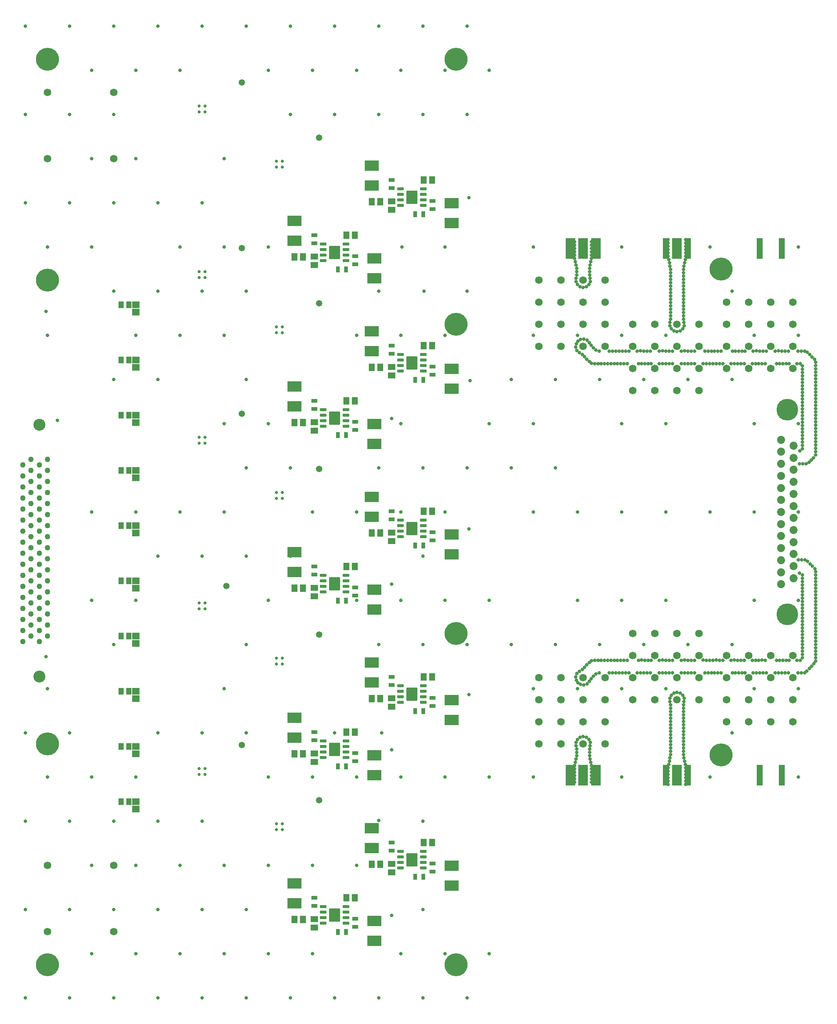
<source format=gbr>
%TF.GenerationSoftware,Altium Limited,Altium Designer,25.0.2 (28)*%
G04 Layer_Color=16711935*
%FSLAX45Y45*%
%MOMM*%
%TF.SameCoordinates,BFBE90A8-51B7-47FB-822D-EC39B52C7656*%
%TF.FilePolarity,Negative*%
%TF.FileFunction,Soldermask,Bot*%
%TF.Part,Single*%
G01*
G75*
%TA.AperFunction,SMDPad,CuDef*%
%ADD13R,0.95000X1.40000*%
%ADD17R,1.40000X0.95000*%
%TA.AperFunction,ViaPad*%
%ADD47C,1.47320*%
%TA.AperFunction,SMDPad,CuDef*%
%ADD67R,2.23520X4.77520*%
%ADD68R,1.65320X1.40320*%
%ADD69R,1.40320X1.65320*%
G04:AMPARAMS|DCode=70|XSize=0.7532mm|YSize=1.4532mm|CornerRadius=0.1511mm|HoleSize=0mm|Usage=FLASHONLY|Rotation=90.000|XOffset=0mm|YOffset=0mm|HoleType=Round|Shape=RoundedRectangle|*
%AMROUNDEDRECTD70*
21,1,0.75320,1.15100,0,0,90.0*
21,1,0.45100,1.45320,0,0,90.0*
1,1,0.30220,0.57550,0.22550*
1,1,0.30220,0.57550,-0.22550*
1,1,0.30220,-0.57550,-0.22550*
1,1,0.30220,-0.57550,0.22550*
%
%ADD70ROUNDEDRECTD70*%
%ADD71R,3.25120X2.48920*%
%ADD72R,1.65320X1.50320*%
%ADD73R,1.20320X1.55320*%
%TA.AperFunction,ComponentPad*%
%ADD74C,1.27000*%
%ADD75C,2.74320*%
%ADD76C,1.72720*%
%TA.AperFunction,ViaPad*%
%ADD77C,1.72720*%
%TA.AperFunction,ComponentPad*%
%ADD78C,1.85320*%
%ADD79C,5.00320*%
%TA.AperFunction,ViaPad*%
%ADD80C,5.28320*%
%ADD81C,0.81280*%
%ADD82C,0.70320*%
%TA.AperFunction,OtherPad,Pad U19-9 (119.38mm,72.39mm)*%
G04:AMPARAMS|DCode=83|XSize=2.49mm|YSize=3mm|CornerRadius=0.0498mm|HoleSize=0mm|Usage=FLASHONLY|Rotation=0.000|XOffset=0mm|YOffset=0mm|HoleType=Round|Shape=RoundedRectangle|*
%AMROUNDEDRECTD83*
21,1,2.49000,2.90040,0,0,0.0*
21,1,2.39040,3.00000,0,0,0.0*
1,1,0.09960,1.19520,-1.45020*
1,1,0.09960,-1.19520,-1.45020*
1,1,0.09960,-1.19520,1.45020*
1,1,0.09960,1.19520,1.45020*
%
%ADD83ROUNDEDRECTD83*%
%TA.AperFunction,OtherPad,Pad U17-9 (119.38mm,110.49mm)*%
G04:AMPARAMS|DCode=84|XSize=2.49mm|YSize=3mm|CornerRadius=0.0498mm|HoleSize=0mm|Usage=FLASHONLY|Rotation=0.000|XOffset=0mm|YOffset=0mm|HoleType=Round|Shape=RoundedRectangle|*
%AMROUNDEDRECTD84*
21,1,2.49000,2.90040,0,0,0.0*
21,1,2.39040,3.00000,0,0,0.0*
1,1,0.09960,1.19520,-1.45020*
1,1,0.09960,-1.19520,-1.45020*
1,1,0.09960,-1.19520,1.45020*
1,1,0.09960,1.19520,1.45020*
%
%ADD84ROUNDEDRECTD84*%
%TA.AperFunction,OtherPad,Pad U11-9 (119.38mm,224.79mm)*%
G04:AMPARAMS|DCode=85|XSize=2.49mm|YSize=3mm|CornerRadius=0.0498mm|HoleSize=0mm|Usage=FLASHONLY|Rotation=0.000|XOffset=0mm|YOffset=0mm|HoleType=Round|Shape=RoundedRectangle|*
%AMROUNDEDRECTD85*
21,1,2.49000,2.90040,0,0,0.0*
21,1,2.39040,3.00000,0,0,0.0*
1,1,0.09960,1.19520,-1.45020*
1,1,0.09960,-1.19520,-1.45020*
1,1,0.09960,-1.19520,1.45020*
1,1,0.09960,1.19520,1.45020*
%
%ADD85ROUNDEDRECTD85*%
%TA.AperFunction,OtherPad,Pad U13-9 (119.38mm,186.69mm)*%
G04:AMPARAMS|DCode=86|XSize=2.49mm|YSize=3mm|CornerRadius=0.0498mm|HoleSize=0mm|Usage=FLASHONLY|Rotation=0.000|XOffset=0mm|YOffset=0mm|HoleType=Round|Shape=RoundedRectangle|*
%AMROUNDEDRECTD86*
21,1,2.49000,2.90040,0,0,0.0*
21,1,2.39040,3.00000,0,0,0.0*
1,1,0.09960,1.19520,-1.45020*
1,1,0.09960,-1.19520,-1.45020*
1,1,0.09960,-1.19520,1.45020*
1,1,0.09960,1.19520,1.45020*
%
%ADD86ROUNDEDRECTD86*%
%TA.AperFunction,OtherPad,Pad U15-9 (119.38mm,148.59mm)*%
G04:AMPARAMS|DCode=87|XSize=2.49mm|YSize=3mm|CornerRadius=0.0498mm|HoleSize=0mm|Usage=FLASHONLY|Rotation=0.000|XOffset=0mm|YOffset=0mm|HoleType=Round|Shape=RoundedRectangle|*
%AMROUNDEDRECTD87*
21,1,2.49000,2.90040,0,0,0.0*
21,1,2.39040,3.00000,0,0,0.0*
1,1,0.09960,1.19520,-1.45020*
1,1,0.09960,-1.19520,-1.45020*
1,1,0.09960,-1.19520,1.45020*
1,1,0.09960,1.19520,1.45020*
%
%ADD87ROUNDEDRECTD87*%
%TA.AperFunction,OtherPad,Pad U20-9 (101.6mm,59.69mm)*%
G04:AMPARAMS|DCode=88|XSize=2.49mm|YSize=3mm|CornerRadius=0.0498mm|HoleSize=0mm|Usage=FLASHONLY|Rotation=0.000|XOffset=0mm|YOffset=0mm|HoleType=Round|Shape=RoundedRectangle|*
%AMROUNDEDRECTD88*
21,1,2.49000,2.90040,0,0,0.0*
21,1,2.39040,3.00000,0,0,0.0*
1,1,0.09960,1.19520,-1.45020*
1,1,0.09960,-1.19520,-1.45020*
1,1,0.09960,-1.19520,1.45020*
1,1,0.09960,1.19520,1.45020*
%
%ADD88ROUNDEDRECTD88*%
%TA.AperFunction,OtherPad,Pad U18-9 (101.6mm,97.79mm)*%
G04:AMPARAMS|DCode=89|XSize=2.49mm|YSize=3mm|CornerRadius=0.0498mm|HoleSize=0mm|Usage=FLASHONLY|Rotation=0.000|XOffset=0mm|YOffset=0mm|HoleType=Round|Shape=RoundedRectangle|*
%AMROUNDEDRECTD89*
21,1,2.49000,2.90040,0,0,0.0*
21,1,2.39040,3.00000,0,0,0.0*
1,1,0.09960,1.19520,-1.45020*
1,1,0.09960,-1.19520,-1.45020*
1,1,0.09960,-1.19520,1.45020*
1,1,0.09960,1.19520,1.45020*
%
%ADD89ROUNDEDRECTD89*%
%TA.AperFunction,OtherPad,Pad U12-9 (101.6mm,212.09mm)*%
G04:AMPARAMS|DCode=90|XSize=2.49mm|YSize=3mm|CornerRadius=0.0498mm|HoleSize=0mm|Usage=FLASHONLY|Rotation=0.000|XOffset=0mm|YOffset=0mm|HoleType=Round|Shape=RoundedRectangle|*
%AMROUNDEDRECTD90*
21,1,2.49000,2.90040,0,0,0.0*
21,1,2.39040,3.00000,0,0,0.0*
1,1,0.09960,1.19520,-1.45020*
1,1,0.09960,-1.19520,-1.45020*
1,1,0.09960,-1.19520,1.45020*
1,1,0.09960,1.19520,1.45020*
%
%ADD90ROUNDEDRECTD90*%
%TA.AperFunction,OtherPad,Pad U14-9 (101.6mm,173.99mm)*%
G04:AMPARAMS|DCode=91|XSize=2.49mm|YSize=3mm|CornerRadius=0.0498mm|HoleSize=0mm|Usage=FLASHONLY|Rotation=0.000|XOffset=0mm|YOffset=0mm|HoleType=Round|Shape=RoundedRectangle|*
%AMROUNDEDRECTD91*
21,1,2.49000,2.90040,0,0,0.0*
21,1,2.39040,3.00000,0,0,0.0*
1,1,0.09960,1.19520,-1.45020*
1,1,0.09960,-1.19520,-1.45020*
1,1,0.09960,-1.19520,1.45020*
1,1,0.09960,1.19520,1.45020*
%
%ADD91ROUNDEDRECTD91*%
%TA.AperFunction,OtherPad,Pad U16-9 (101.6mm,135.89mm)*%
G04:AMPARAMS|DCode=92|XSize=2.49mm|YSize=3mm|CornerRadius=0.0498mm|HoleSize=0mm|Usage=FLASHONLY|Rotation=0.000|XOffset=0mm|YOffset=0mm|HoleType=Round|Shape=RoundedRectangle|*
%AMROUNDEDRECTD92*
21,1,2.49000,2.90040,0,0,0.0*
21,1,2.39040,3.00000,0,0,0.0*
1,1,0.09960,1.19520,-1.45020*
1,1,0.09960,-1.19520,-1.45020*
1,1,0.09960,-1.19520,1.45020*
1,1,0.09960,1.19520,1.45020*
%
%ADD92ROUNDEDRECTD92*%
%TA.AperFunction,SMDPad,CuDef*%
%ADD93R,1.47320X4.77520*%
%TA.AperFunction,ViaPad*%
%ADD94C,0.82296*%
D13*
X12010600Y6845300D02*
D03*
X12195600D02*
D03*
X12010600Y10655300D02*
D03*
X12195600D02*
D03*
X12010600Y22085300D02*
D03*
X12195600D02*
D03*
X12010600Y18275301D02*
D03*
X12195600D02*
D03*
X12010600Y14465300D02*
D03*
X12195600D02*
D03*
X10232600Y5575300D02*
D03*
X10417600D02*
D03*
X10232600Y9385300D02*
D03*
X10417600D02*
D03*
X10232600Y20815300D02*
D03*
X10417600D02*
D03*
X10232600Y17005299D02*
D03*
X10417600D02*
D03*
X10232600Y13195300D02*
D03*
X10417600D02*
D03*
D17*
X11468100Y7451300D02*
D03*
Y7636300D02*
D03*
Y11261300D02*
D03*
Y11446300D02*
D03*
Y22691299D02*
D03*
Y22876300D02*
D03*
Y18881300D02*
D03*
Y19066299D02*
D03*
Y15071300D02*
D03*
Y15256300D02*
D03*
X12407900Y7153700D02*
D03*
Y6968700D02*
D03*
Y10963700D02*
D03*
Y10778700D02*
D03*
Y22393700D02*
D03*
Y22208701D02*
D03*
Y18583701D02*
D03*
Y18398700D02*
D03*
Y14773700D02*
D03*
Y14588699D02*
D03*
X10629900Y21123700D02*
D03*
Y20938699D02*
D03*
Y5883700D02*
D03*
Y5698700D02*
D03*
Y9693700D02*
D03*
Y9508700D02*
D03*
Y17313699D02*
D03*
Y17128700D02*
D03*
X9690100Y6181300D02*
D03*
Y6366300D02*
D03*
Y9991300D02*
D03*
Y10176300D02*
D03*
Y21421300D02*
D03*
Y21606300D02*
D03*
Y17611301D02*
D03*
Y17796300D02*
D03*
X10629900Y13503700D02*
D03*
Y13318700D02*
D03*
X9690100Y13801300D02*
D03*
Y13986301D02*
D03*
D47*
X7670800Y13538200D02*
D03*
X8026400Y25120599D02*
D03*
X9804400Y23850600D02*
D03*
X8026400Y21310600D02*
D03*
X9804400Y20040601D02*
D03*
X8026400Y17500600D02*
D03*
X9804400Y16230600D02*
D03*
Y12420600D02*
D03*
X8026400Y9880600D02*
D03*
X9804400Y8610600D02*
D03*
X11074400Y5372100D02*
D03*
X12852400Y6642100D02*
D03*
X11074400Y9182100D02*
D03*
X12852400Y10452100D02*
D03*
Y21882100D02*
D03*
X11074400Y20612100D02*
D03*
X12852400Y18072099D02*
D03*
X11074400Y16802100D02*
D03*
X12852400Y14262100D02*
D03*
X11074400Y12992101D02*
D03*
X12852400Y22339301D02*
D03*
X11010900Y22745700D02*
D03*
X12852400Y18529300D02*
D03*
X11010900Y18935699D02*
D03*
X12852400Y14719299D02*
D03*
X11010900Y15125700D02*
D03*
X12852400Y10909300D02*
D03*
X11010900Y11315700D02*
D03*
X12852400Y7099300D02*
D03*
X11010900Y7505700D02*
D03*
X11074400Y5829300D02*
D03*
Y9639300D02*
D03*
Y21069299D02*
D03*
Y17259300D02*
D03*
X9232900Y6235700D02*
D03*
Y10045700D02*
D03*
Y21475700D02*
D03*
Y17665700D02*
D03*
Y13855701D02*
D03*
X11074400Y13449300D02*
D03*
D67*
X16167101Y9182100D02*
D03*
X15582899D02*
D03*
X15875000D02*
D03*
X18034000D02*
D03*
Y21297900D02*
D03*
X15875000D02*
D03*
X15582899D02*
D03*
X16167101D02*
D03*
D68*
X11468100Y7148500D02*
D03*
Y6948500D02*
D03*
Y10958500D02*
D03*
Y10758500D02*
D03*
Y22388499D02*
D03*
Y22188499D02*
D03*
Y18578500D02*
D03*
Y18378500D02*
D03*
Y14768500D02*
D03*
Y14568500D02*
D03*
X9690100Y5878500D02*
D03*
Y5678500D02*
D03*
Y9688500D02*
D03*
Y9488500D02*
D03*
Y21118500D02*
D03*
Y20918500D02*
D03*
Y17308501D02*
D03*
Y17108501D02*
D03*
Y13498500D02*
D03*
Y13298500D02*
D03*
D69*
X12206300Y7632700D02*
D03*
X12406300D02*
D03*
X12206300Y11442700D02*
D03*
X12406300D02*
D03*
X12206300Y22872701D02*
D03*
X12406300D02*
D03*
X12206300Y19062700D02*
D03*
X12406300D02*
D03*
X12206300Y15252699D02*
D03*
X12406300D02*
D03*
X11012500Y7137400D02*
D03*
X11212500D02*
D03*
X11012500Y10947400D02*
D03*
X11212500D02*
D03*
X11012500Y22377400D02*
D03*
X11212500D02*
D03*
X11012500Y18567400D02*
D03*
X11212500D02*
D03*
X11012500Y14757401D02*
D03*
X11212500D02*
D03*
X10428300Y13982700D02*
D03*
X10628300D02*
D03*
X9234500Y21107401D02*
D03*
X9434500D02*
D03*
X9234500Y17297400D02*
D03*
X9434500D02*
D03*
X9234500Y5867400D02*
D03*
X9434500D02*
D03*
X9234500Y9677400D02*
D03*
X9434500D02*
D03*
X10428300Y6362700D02*
D03*
X10628300D02*
D03*
X10428300Y10172700D02*
D03*
X10628300D02*
D03*
X10428300Y21602699D02*
D03*
X10628300D02*
D03*
X10428300Y17792700D02*
D03*
X10628300D02*
D03*
X9234500Y13487399D02*
D03*
X9434500D02*
D03*
D70*
X11675500Y7048500D02*
D03*
Y7175500D02*
D03*
Y7302500D02*
D03*
Y7429500D02*
D03*
X12200500Y7048500D02*
D03*
Y7175500D02*
D03*
Y7302500D02*
D03*
Y7429500D02*
D03*
X11675500Y10858500D02*
D03*
Y10985500D02*
D03*
Y11112500D02*
D03*
Y11239500D02*
D03*
X12200500Y10858500D02*
D03*
Y10985500D02*
D03*
Y11112500D02*
D03*
Y11239500D02*
D03*
X11675500Y22288499D02*
D03*
Y22415500D02*
D03*
Y22542500D02*
D03*
Y22669501D02*
D03*
X12200500Y22288499D02*
D03*
Y22415500D02*
D03*
Y22542500D02*
D03*
Y22669501D02*
D03*
X11675500Y18478500D02*
D03*
Y18605499D02*
D03*
Y18732500D02*
D03*
Y18859500D02*
D03*
X12200500Y18478500D02*
D03*
Y18605499D02*
D03*
Y18732500D02*
D03*
Y18859500D02*
D03*
X11675500Y14668500D02*
D03*
Y14795500D02*
D03*
Y14922501D02*
D03*
Y15049500D02*
D03*
X12200500Y14668500D02*
D03*
Y14795500D02*
D03*
Y14922501D02*
D03*
Y15049500D02*
D03*
X9897500Y5778500D02*
D03*
Y5905500D02*
D03*
Y6032500D02*
D03*
Y6159500D02*
D03*
X10422500Y5778500D02*
D03*
Y5905500D02*
D03*
Y6032500D02*
D03*
Y6159500D02*
D03*
X9897500Y9588500D02*
D03*
Y9715500D02*
D03*
Y9842500D02*
D03*
Y9969500D02*
D03*
X10422500Y9588500D02*
D03*
Y9715500D02*
D03*
Y9842500D02*
D03*
Y9969500D02*
D03*
X9897500Y21018500D02*
D03*
Y21145500D02*
D03*
Y21272501D02*
D03*
Y21399500D02*
D03*
X10422500Y21018500D02*
D03*
Y21145500D02*
D03*
Y21272501D02*
D03*
Y21399500D02*
D03*
X9897500Y17208501D02*
D03*
Y17335500D02*
D03*
Y17462500D02*
D03*
Y17589500D02*
D03*
X10422500Y17208501D02*
D03*
Y17335500D02*
D03*
Y17462500D02*
D03*
Y17589500D02*
D03*
X9897500Y13398500D02*
D03*
Y13525500D02*
D03*
Y13652499D02*
D03*
Y13779500D02*
D03*
X10422500Y13398500D02*
D03*
Y13525500D02*
D03*
Y13652499D02*
D03*
Y13779500D02*
D03*
D71*
X11010900Y15582899D02*
D03*
Y15125700D02*
D03*
X12852400Y6642100D02*
D03*
Y7099300D02*
D03*
Y10452100D02*
D03*
Y10909300D02*
D03*
Y21882100D02*
D03*
Y22339301D02*
D03*
Y18072099D02*
D03*
Y18529300D02*
D03*
Y14262100D02*
D03*
Y14719299D02*
D03*
X11074400Y5372100D02*
D03*
Y5829300D02*
D03*
Y9182100D02*
D03*
Y9639300D02*
D03*
Y20612100D02*
D03*
Y21069299D02*
D03*
Y16802100D02*
D03*
Y17259300D02*
D03*
X9232900Y6692900D02*
D03*
Y6235700D02*
D03*
Y10502900D02*
D03*
Y10045700D02*
D03*
Y21932899D02*
D03*
Y21475700D02*
D03*
Y18122900D02*
D03*
Y17665700D02*
D03*
X11074400Y12992101D02*
D03*
Y13449300D02*
D03*
X9232900Y14312900D02*
D03*
Y13855701D02*
D03*
X11010900Y19392900D02*
D03*
Y18935699D02*
D03*
Y11772900D02*
D03*
Y11315700D02*
D03*
Y23202901D02*
D03*
Y22745700D02*
D03*
Y7962900D02*
D03*
Y7505700D02*
D03*
D72*
X5588000Y8407501D02*
D03*
Y8572501D02*
D03*
Y9677501D02*
D03*
Y9842501D02*
D03*
Y10947501D02*
D03*
Y11112501D02*
D03*
Y12217501D02*
D03*
Y12382501D02*
D03*
Y13487502D02*
D03*
Y13652501D02*
D03*
Y14757501D02*
D03*
Y14922501D02*
D03*
Y16027501D02*
D03*
Y16192500D02*
D03*
Y17297501D02*
D03*
Y17462502D02*
D03*
Y18567500D02*
D03*
Y18732501D02*
D03*
Y19837502D02*
D03*
Y20002501D02*
D03*
D73*
X5424000Y8572500D02*
D03*
X5244000D02*
D03*
X5424000Y12382500D02*
D03*
X5244000D02*
D03*
X5424000Y14922501D02*
D03*
X5244000D02*
D03*
X5424000Y11112500D02*
D03*
X5244000D02*
D03*
X5424000Y9842500D02*
D03*
X5244000D02*
D03*
X5424000Y16192500D02*
D03*
X5244000D02*
D03*
X5424000Y13652499D02*
D03*
X5244000D02*
D03*
X5424000Y17462500D02*
D03*
X5244000D02*
D03*
X5424000Y20002499D02*
D03*
X5244000D02*
D03*
X5424000Y18732500D02*
D03*
X5244000D02*
D03*
D74*
X3365500Y12255500D02*
D03*
Y12509500D02*
D03*
X3556000Y12382500D02*
D03*
X3365500Y12763500D02*
D03*
X3556000Y12636500D02*
D03*
X3365500Y13017500D02*
D03*
X3556000Y12890500D02*
D03*
X3365500Y13271500D02*
D03*
X3556000Y13144501D02*
D03*
X3365500Y13525500D02*
D03*
X3556000Y13398500D02*
D03*
X3365500Y13779500D02*
D03*
X3556000Y13652499D02*
D03*
X3365500Y14033501D02*
D03*
X3556000Y13906500D02*
D03*
X3365500Y14287500D02*
D03*
X3556000Y14160500D02*
D03*
X3365500Y14541499D02*
D03*
X3556000Y14414500D02*
D03*
X3365500Y14795500D02*
D03*
X3556000Y14668500D02*
D03*
X3365500Y15049500D02*
D03*
X3556000Y14922501D02*
D03*
X3365500Y15303500D02*
D03*
X3556000Y15176500D02*
D03*
X3365500Y15557500D02*
D03*
X3556000Y15430499D02*
D03*
X3365500Y15811501D02*
D03*
X3556000Y15684500D02*
D03*
X3365500Y16065500D02*
D03*
X3556000Y15938499D02*
D03*
X3365500Y16319501D02*
D03*
X3556000Y16192500D02*
D03*
Y16446500D02*
D03*
X2984500Y12255500D02*
D03*
Y12509500D02*
D03*
X3175000Y12382500D02*
D03*
X2984500Y12763500D02*
D03*
X3175000Y12636500D02*
D03*
X2984500Y13017500D02*
D03*
X3175000Y12890500D02*
D03*
X2984500Y13271500D02*
D03*
X3175000Y13144501D02*
D03*
X2984500Y13525500D02*
D03*
X3175000Y13398500D02*
D03*
X2984500Y13779500D02*
D03*
X3175000Y13652499D02*
D03*
X2984500Y14033501D02*
D03*
X3175000Y13906500D02*
D03*
X2984500Y14287500D02*
D03*
X3175000Y14160500D02*
D03*
X2984500Y14541499D02*
D03*
X3175000Y14414500D02*
D03*
X2984500Y14795500D02*
D03*
X3175000Y14668500D02*
D03*
X2984500Y15049500D02*
D03*
X3175000Y14922501D02*
D03*
X2984500Y15303500D02*
D03*
X3175000Y15176500D02*
D03*
X2984500Y15557500D02*
D03*
X3175000Y15430499D02*
D03*
X2984500Y15811501D02*
D03*
X3175000Y15684500D02*
D03*
X2984500Y16065500D02*
D03*
X3175000Y15938499D02*
D03*
X2984500Y16319501D02*
D03*
X3175000Y16192500D02*
D03*
Y16446500D02*
D03*
D75*
X3365500Y11455400D02*
D03*
Y17246600D02*
D03*
D76*
X16383000Y19050000D02*
D03*
Y19558000D02*
D03*
Y20066000D02*
D03*
Y20574001D02*
D03*
X15875000Y19050000D02*
D03*
Y19558000D02*
D03*
Y20066000D02*
D03*
Y20574001D02*
D03*
X15367000Y19050000D02*
D03*
Y19558000D02*
D03*
Y20066000D02*
D03*
Y20574001D02*
D03*
X14859000Y19050000D02*
D03*
Y19558000D02*
D03*
Y20066000D02*
D03*
Y20574001D02*
D03*
X18542000Y12446000D02*
D03*
Y11938000D02*
D03*
Y11430000D02*
D03*
Y10922000D02*
D03*
X18034000Y12446000D02*
D03*
Y11938000D02*
D03*
Y11430000D02*
D03*
Y10922000D02*
D03*
X17525999Y12446000D02*
D03*
Y11938000D02*
D03*
Y11430000D02*
D03*
Y10922000D02*
D03*
X17017999Y12446000D02*
D03*
Y11938000D02*
D03*
Y11430000D02*
D03*
Y10922000D02*
D03*
X20700999Y11938000D02*
D03*
Y11430000D02*
D03*
Y10922000D02*
D03*
Y10414000D02*
D03*
X20192999Y11938000D02*
D03*
Y11430000D02*
D03*
Y10922000D02*
D03*
Y10414000D02*
D03*
X19685001Y11938000D02*
D03*
Y11430000D02*
D03*
Y10922000D02*
D03*
Y10414000D02*
D03*
X19177000Y11938000D02*
D03*
Y11430000D02*
D03*
Y10922000D02*
D03*
Y10414000D02*
D03*
X20700999Y18542000D02*
D03*
Y19050000D02*
D03*
Y19558000D02*
D03*
Y20066000D02*
D03*
X20192999Y18542000D02*
D03*
Y19050000D02*
D03*
Y19558000D02*
D03*
Y20066000D02*
D03*
X19685001Y18542000D02*
D03*
Y19050000D02*
D03*
Y19558000D02*
D03*
Y20066000D02*
D03*
X19177000Y18542000D02*
D03*
Y19050000D02*
D03*
Y19558000D02*
D03*
Y20066000D02*
D03*
X16383000Y11430000D02*
D03*
Y10922000D02*
D03*
Y10414000D02*
D03*
Y9906000D02*
D03*
X15875000Y11430000D02*
D03*
Y10922000D02*
D03*
Y10414000D02*
D03*
Y9906000D02*
D03*
X15367000Y11430000D02*
D03*
Y10922000D02*
D03*
Y10414000D02*
D03*
Y9906000D02*
D03*
X14859000Y11430000D02*
D03*
Y10922000D02*
D03*
Y10414000D02*
D03*
Y9906000D02*
D03*
X18542000Y18034000D02*
D03*
Y18542000D02*
D03*
Y19050000D02*
D03*
Y19558000D02*
D03*
X18034000Y18034000D02*
D03*
Y18542000D02*
D03*
Y19050000D02*
D03*
Y19558000D02*
D03*
X17525999Y18034000D02*
D03*
Y18542000D02*
D03*
Y19050000D02*
D03*
Y19558000D02*
D03*
X17017999Y18034000D02*
D03*
Y18542000D02*
D03*
Y19050000D02*
D03*
Y19558000D02*
D03*
D77*
X3556000Y7112000D02*
D03*
Y23367999D02*
D03*
Y24892000D02*
D03*
X5080000D02*
D03*
Y23367999D02*
D03*
X3556000Y5588000D02*
D03*
X5080000D02*
D03*
Y7112000D02*
D03*
D78*
X20716200Y13716499D02*
D03*
Y13993500D02*
D03*
Y14270500D02*
D03*
Y14547501D02*
D03*
Y14824500D02*
D03*
Y15101500D02*
D03*
Y15378500D02*
D03*
Y15655499D02*
D03*
Y15932500D02*
D03*
Y16209500D02*
D03*
Y16486501D02*
D03*
Y16763499D02*
D03*
X20432201Y13578000D02*
D03*
Y13855000D02*
D03*
Y14132001D02*
D03*
Y14409000D02*
D03*
Y14686000D02*
D03*
Y14963000D02*
D03*
Y16625000D02*
D03*
Y16902000D02*
D03*
Y16071001D02*
D03*
Y16348000D02*
D03*
Y15794000D02*
D03*
Y15517000D02*
D03*
Y15239999D02*
D03*
D79*
X20574200Y17595000D02*
D03*
Y12885001D02*
D03*
D80*
X19050000Y20828000D02*
D03*
Y9652000D02*
D03*
X12953999Y19558000D02*
D03*
Y12446000D02*
D03*
X3556000Y20574001D02*
D03*
Y9906000D02*
D03*
Y25654001D02*
D03*
X12953999D02*
D03*
Y4826000D02*
D03*
X3556000D02*
D03*
D81*
X16037560Y9865360D02*
D03*
X16038831Y9941560D02*
D03*
X16007588Y10010140D02*
D03*
X15948152Y10057130D02*
D03*
X15801848D02*
D03*
X15712440Y9865360D02*
D03*
X15711169Y9941560D02*
D03*
X15742412Y10010140D02*
D03*
X15875000Y10073640D02*
D03*
X15727679Y9712960D02*
D03*
X16022321D02*
D03*
X15727679Y9789160D02*
D03*
X16022321D02*
D03*
Y9636760D02*
D03*
X15727679D02*
D03*
X16038068Y9560560D02*
D03*
X16053816Y9484360D02*
D03*
X16069563Y9408160D02*
D03*
X15711932Y9560560D02*
D03*
X15696184Y9484360D02*
D03*
X15680437Y9408160D02*
D03*
X16069563Y9255760D02*
D03*
Y9331960D02*
D03*
Y9103360D02*
D03*
Y9179560D02*
D03*
Y9027160D02*
D03*
X15680437Y9255760D02*
D03*
Y9331960D02*
D03*
Y9103360D02*
D03*
Y9179560D02*
D03*
Y9027160D02*
D03*
X18181320Y10805160D02*
D03*
X17886681D02*
D03*
X17875504Y9585960D02*
D03*
X17859756Y9509760D02*
D03*
X17844008Y9433560D02*
D03*
X17830800Y9357360D02*
D03*
X18034000Y11089640D02*
D03*
X17901411Y11026140D02*
D03*
X17870171Y10957560D02*
D03*
X17871440Y10881360D02*
D03*
X17960847Y11073130D02*
D03*
X18107152D02*
D03*
X18166588Y11026140D02*
D03*
X18197830Y10957560D02*
D03*
X18196561Y10881360D02*
D03*
X18181320Y10652760D02*
D03*
Y10576560D02*
D03*
Y10500360D02*
D03*
Y10728960D02*
D03*
Y10347960D02*
D03*
Y10271760D02*
D03*
Y10195560D02*
D03*
Y10424160D02*
D03*
Y10043160D02*
D03*
Y9966960D02*
D03*
Y9890760D02*
D03*
Y10119360D02*
D03*
Y9738360D02*
D03*
Y9814560D02*
D03*
X17886681D02*
D03*
Y9738360D02*
D03*
Y10119360D02*
D03*
Y9890760D02*
D03*
Y9966960D02*
D03*
Y10043160D02*
D03*
Y10424160D02*
D03*
Y10195560D02*
D03*
Y10271760D02*
D03*
Y10347960D02*
D03*
Y10728960D02*
D03*
Y10500360D02*
D03*
Y10576560D02*
D03*
Y10652760D02*
D03*
X18181320Y9662160D02*
D03*
X18192496Y9585960D02*
D03*
X18208244Y9509760D02*
D03*
X18223991Y9433560D02*
D03*
X18237199Y9357360D02*
D03*
Y9281160D02*
D03*
Y9204960D02*
D03*
Y9128760D02*
D03*
Y9052560D02*
D03*
Y8976360D02*
D03*
X17886681Y9662160D02*
D03*
X17830800Y9281160D02*
D03*
Y9204960D02*
D03*
Y9128760D02*
D03*
Y9052560D02*
D03*
Y8976360D02*
D03*
X6096000Y14224001D02*
D03*
X3048000Y10160000D02*
D03*
X9144000Y14224001D02*
D03*
X8636000Y21336000D02*
D03*
X16764000Y11176000D02*
D03*
X5080000Y24384000D02*
D03*
X13716000Y25400000D02*
D03*
X3048000Y6096000D02*
D03*
X19812000Y15239999D02*
D03*
X9144000Y26416000D02*
D03*
X8636000Y25400000D02*
D03*
X15239999Y18288000D02*
D03*
X16764000Y17272000D02*
D03*
X6096000Y22352000D02*
D03*
X10160000Y26416000D02*
D03*
X12192000Y4064000D02*
D03*
X16764000Y13208000D02*
D03*
X6604000Y7112000D02*
D03*
X9652000Y9144000D02*
D03*
X3048000Y22352000D02*
D03*
X15748000Y15239999D02*
D03*
X4064000Y10160000D02*
D03*
X17780000Y17272000D02*
D03*
X7620000Y11176000D02*
D03*
X9652000Y7112000D02*
D03*
X15748000Y11176000D02*
D03*
X14732001D02*
D03*
X12192000Y6096000D02*
D03*
X13716000Y17272000D02*
D03*
X20828000D02*
D03*
X10668000Y9144000D02*
D03*
X15239999Y12192000D02*
D03*
X11709400Y21336000D02*
D03*
X19812000Y19303999D02*
D03*
X4572000Y25400000D02*
D03*
X8128000Y6096000D02*
D03*
X20828000Y21336000D02*
D03*
X4572000D02*
D03*
X12192000Y12192000D02*
D03*
X4572000Y23367999D02*
D03*
X11684000Y5080000D02*
D03*
X7620000Y21336000D02*
D03*
X11176000Y8140700D02*
D03*
X5588000Y25400000D02*
D03*
X15239999Y16256000D02*
D03*
X12700000Y21336000D02*
D03*
X8636000Y9144000D02*
D03*
X5080000Y8128000D02*
D03*
X11684000Y9144000D02*
D03*
X4064000Y22352000D02*
D03*
X5588000Y19303999D02*
D03*
X5080000Y4064000D02*
D03*
X11176000Y16256000D02*
D03*
X17780000Y11176000D02*
D03*
X10668000Y19303999D02*
D03*
X7112000Y26416000D02*
D03*
X6096000Y10160000D02*
D03*
X12217400Y20320000D02*
D03*
X14732001Y21336000D02*
D03*
X7620000Y5080000D02*
D03*
X8636000Y7112000D02*
D03*
X5588000Y15239999D02*
D03*
X12192000Y26416000D02*
D03*
X11176000D02*
D03*
X4064000Y24384000D02*
D03*
X7620000Y17272000D02*
D03*
X8128000Y26416000D02*
D03*
X15748000Y13208000D02*
D03*
X20828000Y11176000D02*
D03*
X14224001Y16256000D02*
D03*
X5588000Y13208000D02*
D03*
X7112000Y14224001D02*
D03*
X9652000Y15239999D02*
D03*
X11684000D02*
D03*
X6604000D02*
D03*
X15748000Y19303999D02*
D03*
X5588000Y7112000D02*
D03*
X8128000Y10160000D02*
D03*
X12700000Y5080000D02*
D03*
X7620000Y15239999D02*
D03*
X16256000Y18288000D02*
D03*
X8636000Y17272000D02*
D03*
X5080000Y22352000D02*
D03*
X4064000Y8128000D02*
D03*
X13716000Y13208000D02*
D03*
X5588000Y23367999D02*
D03*
X3048000Y8128000D02*
D03*
X8128000Y4064000D02*
D03*
X14732001Y17272000D02*
D03*
X10668000Y15239999D02*
D03*
X9652000Y5080000D02*
D03*
X7112000Y8128000D02*
D03*
X14732001Y19303999D02*
D03*
X13208000Y4064000D02*
D03*
X17780000Y19303999D02*
D03*
X11176000Y20320000D02*
D03*
X8128000Y14224001D02*
D03*
X10668000Y13208000D02*
D03*
X3556000Y21336000D02*
D03*
X17780000Y15239999D02*
D03*
X13716000Y9144000D02*
D03*
X7112000Y22352000D02*
D03*
X8128000Y18288000D02*
D03*
X14732001Y15239999D02*
D03*
X18288000Y12192000D02*
D03*
X8636000Y5080000D02*
D03*
X14224001Y18288000D02*
D03*
X12192000Y24384000D02*
D03*
X13208000D02*
D03*
X4572000Y5080000D02*
D03*
X6096000Y20320000D02*
D03*
X10668000Y25400000D02*
D03*
X6604000Y19303999D02*
D03*
X5080000Y20320000D02*
D03*
X8128000Y16256000D02*
D03*
X17272000Y12192000D02*
D03*
X4064000Y6096000D02*
D03*
X13208000Y20320000D02*
D03*
X19812000Y11176000D02*
D03*
X11176000Y24384000D02*
D03*
X16764000Y19303999D02*
D03*
X7620000Y7112000D02*
D03*
X12192000Y8128000D02*
D03*
X7112000Y10160000D02*
D03*
X3556000Y11176000D02*
D03*
X19303999Y20320000D02*
D03*
X5588000Y5080000D02*
D03*
X11239500Y10160000D02*
D03*
X8636000Y13208000D02*
D03*
X6096000Y6096000D02*
D03*
X20828000Y19303999D02*
D03*
X19303999Y18288000D02*
D03*
X13208000Y12192000D02*
D03*
X16764000Y9144000D02*
D03*
X12700000D02*
D03*
X18288000Y18288000D02*
D03*
X7112000Y20320000D02*
D03*
X19812000Y13208000D02*
D03*
X5588000Y17272000D02*
D03*
X5080000Y12192000D02*
D03*
X16764000Y15239999D02*
D03*
X3048000Y24384000D02*
D03*
X7620000Y19303999D02*
D03*
X4572000Y13208000D02*
D03*
X11684000D02*
D03*
X10160000Y4064000D02*
D03*
Y24384000D02*
D03*
X13716000Y5080000D02*
D03*
X11684000Y25400000D02*
D03*
X5080000Y6096000D02*
D03*
X19303999Y10160000D02*
D03*
Y12192000D02*
D03*
X7112000Y4064000D02*
D03*
X3556000Y9144000D02*
D03*
X6096000Y8128000D02*
D03*
X7112000Y6096000D02*
D03*
X17780000Y13208000D02*
D03*
X4572000Y9144000D02*
D03*
X8128000Y20320000D02*
D03*
X12192000Y14224001D02*
D03*
X4064000Y4064000D02*
D03*
X13208000Y26416000D02*
D03*
X12700000Y19303999D02*
D03*
X7620000Y23367999D02*
D03*
X9144000Y4064000D02*
D03*
X12700000Y25400000D02*
D03*
X18796001Y21336000D02*
D03*
X5080000Y26416000D02*
D03*
X14224001Y12192000D02*
D03*
X19812000Y17272000D02*
D03*
X4064000Y26416000D02*
D03*
X20828000Y15239999D02*
D03*
X5588000Y9144000D02*
D03*
X11176000Y4064000D02*
D03*
X8128000Y12192000D02*
D03*
X20828000Y9144000D02*
D03*
Y13208000D02*
D03*
X3048000Y26416000D02*
D03*
X3556000Y19303999D02*
D03*
X6604000Y25400000D02*
D03*
X12700000Y15239999D02*
D03*
X13208000Y16256000D02*
D03*
X12700000Y13208000D02*
D03*
X6096000Y26416000D02*
D03*
Y18288000D02*
D03*
X9144000Y16256000D02*
D03*
X10160000Y10160000D02*
D03*
X14732001Y9144000D02*
D03*
X16256000Y12192000D02*
D03*
X9652000Y25400000D02*
D03*
X11176000Y12192000D02*
D03*
X10668000Y7112000D02*
D03*
X6096000Y4064000D02*
D03*
X18796001Y15239999D02*
D03*
X17272000Y18288000D02*
D03*
X3048000Y4064000D02*
D03*
X4572000Y7112000D02*
D03*
X9144000Y24384000D02*
D03*
X12192000Y16256000D02*
D03*
X16764000Y21336000D02*
D03*
X11684000Y17272000D02*
D03*
X6604000Y21336000D02*
D03*
X11684000Y19303999D02*
D03*
X6604000Y5080000D02*
D03*
X4572000Y15239999D02*
D03*
X5080000Y18288000D02*
D03*
X18796001Y9144000D02*
D03*
X16069563Y21452840D02*
D03*
Y21300439D02*
D03*
Y21376640D02*
D03*
Y21148039D02*
D03*
Y21224240D02*
D03*
X15680437Y21452840D02*
D03*
Y21300439D02*
D03*
Y21376640D02*
D03*
Y21148039D02*
D03*
Y21224240D02*
D03*
X16069563Y21071840D02*
D03*
X16053816Y20995641D02*
D03*
X16038068Y20919440D02*
D03*
X15680437Y21071840D02*
D03*
X15696184Y20995641D02*
D03*
X15711932Y20919440D02*
D03*
X16022321Y20843240D02*
D03*
X15727679D02*
D03*
Y20690840D02*
D03*
X16022321D02*
D03*
X15727679Y20767039D02*
D03*
X16022321D02*
D03*
X18237199Y21503641D02*
D03*
Y21427440D02*
D03*
Y21351241D02*
D03*
Y21275040D02*
D03*
Y21198840D02*
D03*
X18181320Y20817841D02*
D03*
X17830800Y21503641D02*
D03*
Y21427440D02*
D03*
Y21351241D02*
D03*
Y21275040D02*
D03*
Y21198840D02*
D03*
Y21122639D02*
D03*
X17844008Y21046440D02*
D03*
X17859756Y20970239D02*
D03*
X17875504Y20894040D02*
D03*
X17886681Y20817841D02*
D03*
X18181320Y19827240D02*
D03*
Y19903439D02*
D03*
Y19979640D02*
D03*
Y19751041D02*
D03*
Y20132040D02*
D03*
Y20208240D02*
D03*
Y20284441D02*
D03*
Y20055840D02*
D03*
Y20436839D02*
D03*
Y20513040D02*
D03*
Y20589240D02*
D03*
Y20360640D02*
D03*
Y20741640D02*
D03*
Y20665440D02*
D03*
X17886681D02*
D03*
Y20741640D02*
D03*
Y20360640D02*
D03*
Y20589240D02*
D03*
Y20513040D02*
D03*
Y20436839D02*
D03*
Y20055840D02*
D03*
Y20284441D02*
D03*
Y20208240D02*
D03*
Y20132040D02*
D03*
Y19751041D02*
D03*
Y19979640D02*
D03*
Y19903439D02*
D03*
Y19827240D02*
D03*
X15875000Y20406360D02*
D03*
X16007588Y20469859D02*
D03*
X16038831Y20538440D02*
D03*
X16037560Y20614639D02*
D03*
X15948152Y20422870D02*
D03*
X15801848D02*
D03*
X15742412Y20469859D02*
D03*
X15711169Y20538440D02*
D03*
X15712440Y20614639D02*
D03*
X17871440Y19598640D02*
D03*
X17870171Y19522440D02*
D03*
X17901411Y19453860D02*
D03*
X17960847Y19406870D02*
D03*
X18107152D02*
D03*
X18196561Y19598640D02*
D03*
X18197830Y19522440D02*
D03*
X18166588Y19453860D02*
D03*
X18034000Y19390359D02*
D03*
X15756636Y11311636D02*
D03*
X15788640Y11573510D02*
D03*
X15733269Y11519408D02*
D03*
X15707614Y11446256D02*
D03*
X15718028Y11369040D02*
D03*
X15814040Y11273028D02*
D03*
X16018510Y11343640D02*
D03*
X15964407Y11288268D02*
D03*
X15891257Y11262614D02*
D03*
X15707614Y19033743D02*
D03*
X15733269Y18960593D02*
D03*
X15788640Y18906490D02*
D03*
X15718028Y19110960D02*
D03*
X15814040Y19206972D02*
D03*
X15891257Y19217386D02*
D03*
X15964407Y19191731D02*
D03*
X16018510Y19136360D02*
D03*
X15756636Y19168364D02*
D03*
X20792609Y18648680D02*
D03*
X20868640D02*
D03*
X20967700Y18943320D02*
D03*
X20816827D02*
D03*
X20893027D02*
D03*
X16244827D02*
D03*
X16778227D02*
D03*
X16854427D02*
D03*
X16930627D02*
D03*
X16549628D02*
D03*
X16625827D02*
D03*
X16702026D02*
D03*
X16473427D02*
D03*
X16071851Y18661888D02*
D03*
X16217645Y18648680D02*
D03*
X16292322D02*
D03*
X16366998D02*
D03*
X16441673D02*
D03*
X16516350D02*
D03*
X16665195D02*
D03*
X16739362D02*
D03*
X16813530D02*
D03*
X16887698D02*
D03*
X16142970D02*
D03*
X16590771D02*
D03*
X18679160Y18943320D02*
D03*
X19046951D02*
D03*
X18826480D02*
D03*
X18900140D02*
D03*
X18973801D02*
D03*
X18752820D02*
D03*
X18859500Y18648680D02*
D03*
X19088100D02*
D03*
X19011900D02*
D03*
X18783299D02*
D03*
X18707100D02*
D03*
X20469859D02*
D03*
X20617180D02*
D03*
X20543520D02*
D03*
X20323048D02*
D03*
X17932401D02*
D03*
X17703799D02*
D03*
X17627600D02*
D03*
X17780000D02*
D03*
X18440401D02*
D03*
X18211800D02*
D03*
X18135600D02*
D03*
X18288000D02*
D03*
X19583400D02*
D03*
X19354800D02*
D03*
X19278600D02*
D03*
X19431000D02*
D03*
X20447000Y18943320D02*
D03*
X20599400D02*
D03*
X20523199D02*
D03*
X20294600D02*
D03*
X19939000D02*
D03*
X20091400D02*
D03*
X20015199D02*
D03*
X19786600D02*
D03*
X18288000D02*
D03*
X18440401D02*
D03*
X18364200D02*
D03*
X18135600D02*
D03*
X17780000D02*
D03*
X17932401D02*
D03*
X17856200D02*
D03*
X17627600D02*
D03*
X17272000D02*
D03*
X17424400D02*
D03*
X17348199D02*
D03*
X17119600D02*
D03*
X19453860D02*
D03*
X19601180D02*
D03*
X19527521D02*
D03*
X19307048D02*
D03*
X20062952Y18647664D02*
D03*
X19842480D02*
D03*
X19768820D02*
D03*
X19916141D02*
D03*
X17148048Y18648680D02*
D03*
X17368520D02*
D03*
X17442180D02*
D03*
X17294859D02*
D03*
X18707100Y11831320D02*
D03*
X18783299D02*
D03*
X19011900D02*
D03*
X19088100D02*
D03*
X18859500D02*
D03*
X19916141D02*
D03*
X19768820D02*
D03*
X19842480D02*
D03*
X20062952D02*
D03*
X19453860Y11536680D02*
D03*
X19601180D02*
D03*
X19527521D02*
D03*
X19307048D02*
D03*
X16590771Y11831320D02*
D03*
X16142970D02*
D03*
X19278600D02*
D03*
X19507201D02*
D03*
X19583400D02*
D03*
X19431000D02*
D03*
X18135600D02*
D03*
X18364200D02*
D03*
X18440401D02*
D03*
X18288000D02*
D03*
X17627600D02*
D03*
X17856200D02*
D03*
X17932401D02*
D03*
X17780000D02*
D03*
X16887698D02*
D03*
X16813530D02*
D03*
X16739362D02*
D03*
X16665195D02*
D03*
X16516350D02*
D03*
X16441673D02*
D03*
X16366998D02*
D03*
X17424400Y11536680D02*
D03*
X17195799D02*
D03*
X17119600D02*
D03*
X17272000D02*
D03*
X20447000D02*
D03*
X20294600D02*
D03*
X20370799D02*
D03*
X20599400D02*
D03*
X19939000D02*
D03*
X19786600D02*
D03*
X19862801D02*
D03*
X20091400D02*
D03*
X17294859Y11831320D02*
D03*
X17442180D02*
D03*
X17368520D02*
D03*
X17148302D02*
D03*
X18288000Y11536680D02*
D03*
X18135600D02*
D03*
X18211800D02*
D03*
X18440401D02*
D03*
X20323048Y11831320D02*
D03*
X20893027Y11536680D02*
D03*
X20816827D02*
D03*
X20543520Y11831320D02*
D03*
X20617180D02*
D03*
X20469859D02*
D03*
X18752820Y11536680D02*
D03*
X18973801D02*
D03*
X18900140D02*
D03*
X18826480D02*
D03*
X19046951D02*
D03*
X18679160D02*
D03*
X17932401D02*
D03*
X17703799D02*
D03*
X17627600D02*
D03*
X17780000D02*
D03*
X16473427D02*
D03*
X16702026D02*
D03*
X16625827D02*
D03*
X16549628D02*
D03*
X16930627D02*
D03*
X16854427D02*
D03*
X16778227D02*
D03*
X20858479Y16642081D02*
D03*
X20848320Y16344772D02*
D03*
X20924519D02*
D03*
X21000720D02*
D03*
X21068217Y16379378D02*
D03*
X21122098Y16433258D02*
D03*
X21175980Y16487140D02*
D03*
X21221700Y16548100D02*
D03*
Y16624300D02*
D03*
Y16700500D02*
D03*
Y16776700D02*
D03*
Y16852901D02*
D03*
Y16929100D02*
D03*
Y17005299D02*
D03*
Y17081500D02*
D03*
Y17157700D02*
D03*
Y17233900D02*
D03*
Y17310100D02*
D03*
Y17386301D02*
D03*
Y17462500D02*
D03*
Y17538699D02*
D03*
Y17614900D02*
D03*
Y17691100D02*
D03*
Y17767300D02*
D03*
Y17843500D02*
D03*
Y17919701D02*
D03*
Y17995900D02*
D03*
Y18072099D02*
D03*
Y18148300D02*
D03*
Y18224500D02*
D03*
Y18300700D02*
D03*
Y18376900D02*
D03*
Y18453101D02*
D03*
Y18529300D02*
D03*
Y18605499D02*
D03*
X20916901Y16692880D02*
D03*
Y16769080D02*
D03*
Y16845280D02*
D03*
Y16921480D02*
D03*
Y16997681D02*
D03*
Y17073880D02*
D03*
Y17150079D02*
D03*
Y17226280D02*
D03*
Y17302480D02*
D03*
Y17378680D02*
D03*
Y17454880D02*
D03*
Y17531081D02*
D03*
Y17607280D02*
D03*
Y17683479D02*
D03*
Y17759680D02*
D03*
Y17835880D02*
D03*
Y17912080D02*
D03*
Y17988280D02*
D03*
Y18064481D02*
D03*
Y18140680D02*
D03*
Y18216879D02*
D03*
Y18293080D02*
D03*
Y18369279D02*
D03*
Y18445480D02*
D03*
Y18521680D02*
D03*
X21221700Y18681700D02*
D03*
X21195386Y18753735D02*
D03*
X21141502Y18807617D02*
D03*
X21087622Y18861497D02*
D03*
X21033740Y18915379D02*
D03*
X20967700Y11541760D02*
D03*
X20916901Y18597881D02*
D03*
X16014326Y18702492D02*
D03*
X15960445Y18756374D02*
D03*
X16168626Y18964555D02*
D03*
X16060864Y11407682D02*
D03*
X16114745Y11461563D02*
D03*
X15852682Y11615864D02*
D03*
X15906563Y11669745D02*
D03*
Y18810255D02*
D03*
X15852682Y18864136D02*
D03*
X16060864Y19072318D02*
D03*
X16114745Y19018437D02*
D03*
X20822920Y14135226D02*
D03*
X20899120D02*
D03*
X20975320D02*
D03*
X21150038Y13993402D02*
D03*
X21042274Y14101164D02*
D03*
X21096156Y14047282D02*
D03*
X20850861Y13832840D02*
D03*
X20916901Y13792200D02*
D03*
Y13716000D02*
D03*
Y13639799D02*
D03*
Y13563600D02*
D03*
Y13487399D02*
D03*
Y13411200D02*
D03*
Y13335001D02*
D03*
Y13258800D02*
D03*
Y13182600D02*
D03*
Y13106400D02*
D03*
Y13030200D02*
D03*
Y12953999D02*
D03*
Y12877800D02*
D03*
Y12801601D02*
D03*
Y12725400D02*
D03*
Y12649200D02*
D03*
Y12573000D02*
D03*
Y12496800D02*
D03*
Y12420600D02*
D03*
Y12344400D02*
D03*
Y12268200D02*
D03*
Y12192000D02*
D03*
Y12115800D02*
D03*
Y12039600D02*
D03*
Y11963400D02*
D03*
X21203920Y13939520D02*
D03*
X21221700Y13868401D02*
D03*
Y13792200D02*
D03*
Y13716000D02*
D03*
Y13639799D02*
D03*
Y13563600D02*
D03*
Y13487399D02*
D03*
Y13411200D02*
D03*
Y13335001D02*
D03*
Y13258800D02*
D03*
Y13182600D02*
D03*
Y13106400D02*
D03*
Y13030200D02*
D03*
Y12953999D02*
D03*
Y12877800D02*
D03*
Y12801601D02*
D03*
Y12725400D02*
D03*
Y12649200D02*
D03*
Y12573000D02*
D03*
Y12496800D02*
D03*
Y12420600D02*
D03*
Y12344400D02*
D03*
Y12268200D02*
D03*
Y12192000D02*
D03*
Y12115800D02*
D03*
Y12039600D02*
D03*
Y11963400D02*
D03*
Y11887200D02*
D03*
X21023108Y11585482D02*
D03*
X21076990Y11639363D02*
D03*
X21184753Y11747126D02*
D03*
X21130872Y11693245D02*
D03*
X21221700Y11811000D02*
D03*
X20916901Y11887200D02*
D03*
X20868640Y11831320D02*
D03*
X20792609D02*
D03*
X16244827Y11536680D02*
D03*
X16292322Y11831320D02*
D03*
X16217645D02*
D03*
X16071851Y11818620D02*
D03*
X16169640Y11516360D02*
D03*
X15960445Y11723627D02*
D03*
X16014326Y11777508D02*
D03*
X18237199Y21122639D02*
D03*
X18223991Y21046440D02*
D03*
X18208244Y20970239D02*
D03*
X18192496Y20894040D02*
D03*
X18181320Y19674840D02*
D03*
X17886681D02*
D03*
X13271500Y18262601D02*
D03*
X3517900Y19850101D02*
D03*
X11468100Y5956300D02*
D03*
Y9766300D02*
D03*
X13246100Y11036300D02*
D03*
X11468100Y13576300D02*
D03*
X13246100Y22466299D02*
D03*
X11468100Y17386301D02*
D03*
X13246100Y14846300D02*
D03*
X10417600Y5575300D02*
D03*
X10628300Y6362700D02*
D03*
X12195600Y6845300D02*
D03*
X12406300Y7632700D02*
D03*
X10417600Y9385300D02*
D03*
X10628300Y10172700D02*
D03*
X12195600Y10655300D02*
D03*
X12406300Y11442700D02*
D03*
X10417600Y13195300D02*
D03*
X10628300Y13982700D02*
D03*
X12195600Y14465300D02*
D03*
X12406300Y15252699D02*
D03*
X10417090Y17005811D02*
D03*
X10628300Y17792700D02*
D03*
X12195090Y18275810D02*
D03*
X12406300Y19062700D02*
D03*
X10417600Y20815300D02*
D03*
X10628300Y21602699D02*
D03*
X12195600Y22085300D02*
D03*
X12406300Y22872701D02*
D03*
X3517900Y11912600D02*
D03*
X3784600Y17348199D02*
D03*
D82*
X12003000Y7304000D02*
D03*
X11873000D02*
D03*
X12003000Y7174000D02*
D03*
X11873000D02*
D03*
X12003000Y11114000D02*
D03*
X11873000D02*
D03*
X12003000Y10984000D02*
D03*
X11873000D02*
D03*
X12003000Y22544000D02*
D03*
X11873000D02*
D03*
X12003000Y22414000D02*
D03*
X11873000D02*
D03*
X12003000Y18734000D02*
D03*
X11873000D02*
D03*
X12003000Y18603999D02*
D03*
X11873000D02*
D03*
X12003000Y14924001D02*
D03*
X11873000D02*
D03*
X12003000Y14794000D02*
D03*
X11873000D02*
D03*
X8955000Y7936000D02*
D03*
X8825000D02*
D03*
X8955000Y8066000D02*
D03*
X8825000D02*
D03*
X8955000Y23175999D02*
D03*
X8825000D02*
D03*
X8955000Y23306000D02*
D03*
X8825000D02*
D03*
X8955000Y19366000D02*
D03*
X8825000D02*
D03*
X8955000Y19496001D02*
D03*
X8825000D02*
D03*
X8955000Y11746000D02*
D03*
X8825000D02*
D03*
X8955000Y11876000D02*
D03*
X8825000D02*
D03*
X8955000Y15556000D02*
D03*
X8825000D02*
D03*
X8955000Y15686000D02*
D03*
X8825000D02*
D03*
X10225000Y6034000D02*
D03*
X10095000D02*
D03*
X10225000Y5904000D02*
D03*
X10095000D02*
D03*
X10225000Y9844000D02*
D03*
X10095000D02*
D03*
X10225000Y9714000D02*
D03*
X10095000D02*
D03*
X10225000Y21274001D02*
D03*
X10095000D02*
D03*
X10225000Y21144000D02*
D03*
X10095000D02*
D03*
X10225000Y17464000D02*
D03*
X10095000D02*
D03*
X10225000Y17334000D02*
D03*
X10095000D02*
D03*
X10225000Y13653999D02*
D03*
X10095000D02*
D03*
X10225000Y13524001D02*
D03*
X10095000D02*
D03*
X7177000Y24446001D02*
D03*
X7047000D02*
D03*
X7177000Y24575999D02*
D03*
X7047000D02*
D03*
X7177000Y20636000D02*
D03*
X7047000D02*
D03*
X7177000Y20766000D02*
D03*
X7047000D02*
D03*
X7177000Y9206000D02*
D03*
X7047000D02*
D03*
X7177000Y9336000D02*
D03*
X7047000D02*
D03*
X7177000Y13016000D02*
D03*
X7047000D02*
D03*
X7177000Y13146001D02*
D03*
X7047000D02*
D03*
X7177000Y16825999D02*
D03*
X7047000D02*
D03*
X7177000Y16956000D02*
D03*
X7047000D02*
D03*
D83*
X11938000Y7239000D02*
D03*
D84*
Y11049000D02*
D03*
D85*
Y22478999D02*
D03*
D86*
Y18669000D02*
D03*
D87*
Y14859000D02*
D03*
D88*
X10160000Y5969000D02*
D03*
D89*
Y9779000D02*
D03*
D90*
Y21209000D02*
D03*
D91*
Y17399001D02*
D03*
D92*
Y13589000D02*
D03*
D93*
X18288000Y9182100D02*
D03*
X17780000D02*
D03*
X20447000D02*
D03*
X19939000D02*
D03*
X20447000Y21297900D02*
D03*
X19939000D02*
D03*
X18288000D02*
D03*
X17780000D02*
D03*
D94*
X18935699Y18648680D02*
D03*
X18630901D02*
D03*
X20396201Y18648172D02*
D03*
X17856200D02*
D03*
X18364200D02*
D03*
X19507201D02*
D03*
X20370799Y18943828D02*
D03*
X19862801D02*
D03*
X18211800D02*
D03*
X17703799D02*
D03*
X17195799D02*
D03*
X19380200Y18942812D02*
D03*
X19989799Y18648172D02*
D03*
X17221201D02*
D03*
X18630901Y11831828D02*
D03*
X18935699D02*
D03*
X19989799D02*
D03*
X19380200Y11536172D02*
D03*
X19354800Y11831828D02*
D03*
X18211800D02*
D03*
X17703799D02*
D03*
X17348199Y11536172D02*
D03*
X20523199D02*
D03*
X20015199D02*
D03*
X17221201Y11831828D02*
D03*
X18364200Y11536172D02*
D03*
X20396201Y11830812D02*
D03*
X17856200Y11536172D02*
D03*
%TF.MD5,7aef4599f3791708e7b4585d6ebd2f71*%
M02*

</source>
